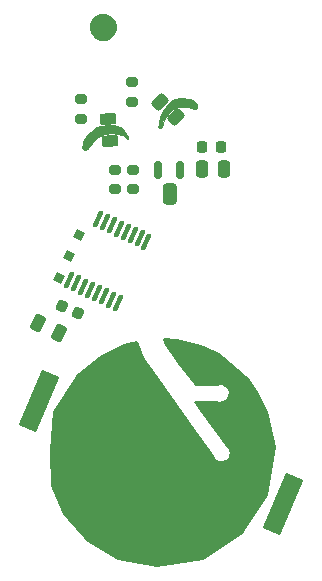
<source format=gbr>
%TF.GenerationSoftware,KiCad,Pcbnew,(6.0.4)*%
%TF.CreationDate,2022-09-08T21:09:09+03:00*%
%TF.ProjectId,purrCat2032,70757272-4361-4743-9230-33322e6b6963,rev?*%
%TF.SameCoordinates,Original*%
%TF.FileFunction,Soldermask,Bot*%
%TF.FilePolarity,Negative*%
%FSLAX46Y46*%
G04 Gerber Fmt 4.6, Leading zero omitted, Abs format (unit mm)*
G04 Created by KiCad (PCBNEW (6.0.4)) date 2022-09-08 21:09:09*
%MOMM*%
%LPD*%
G01*
G04 APERTURE LIST*
G04 Aperture macros list*
%AMRoundRect*
0 Rectangle with rounded corners*
0 $1 Rounding radius*
0 $2 $3 $4 $5 $6 $7 $8 $9 X,Y pos of 4 corners*
0 Add a 4 corners polygon primitive as box body*
4,1,4,$2,$3,$4,$5,$6,$7,$8,$9,$2,$3,0*
0 Add four circle primitives for the rounded corners*
1,1,$1+$1,$2,$3*
1,1,$1+$1,$4,$5*
1,1,$1+$1,$6,$7*
1,1,$1+$1,$8,$9*
0 Add four rect primitives between the rounded corners*
20,1,$1+$1,$2,$3,$4,$5,0*
20,1,$1+$1,$4,$5,$6,$7,0*
20,1,$1+$1,$6,$7,$8,$9,0*
20,1,$1+$1,$8,$9,$2,$3,0*%
%AMRotRect*
0 Rectangle, with rotation*
0 The origin of the aperture is its center*
0 $1 length*
0 $2 width*
0 $3 Rotation angle, in degrees counterclockwise*
0 Add horizontal line*
21,1,$1,$2,0,0,$3*%
G04 Aperture macros list end*
%ADD10C,0.150000*%
%ADD11C,0.010000*%
%ADD12RoundRect,0.150000X-0.150000X0.587500X-0.150000X-0.587500X0.150000X-0.587500X0.150000X0.587500X0*%
%ADD13RoundRect,0.300000X-0.300000X0.600000X-0.300000X-0.600000X0.300000X-0.600000X0.300000X0.600000X0*%
%ADD14C,2.200000*%
%ADD15RoundRect,0.225000X0.309574X0.131488X-0.098265X0.321666X-0.309574X-0.131488X0.098265X-0.321666X0*%
%ADD16RoundRect,0.243750X-0.494975X-0.150260X-0.150260X-0.494975X0.494975X0.150260X0.150260X0.494975X0*%
%ADD17RotRect,0.750000X0.750000X155.000000*%
%ADD18RoundRect,0.250000X0.250000X0.475000X-0.250000X0.475000X-0.250000X-0.475000X0.250000X-0.475000X0*%
%ADD19RoundRect,0.250000X0.427321X0.324842X-0.025833X0.536151X-0.427321X-0.324842X0.025833X-0.536151X0*%
%ADD20RoundRect,0.200000X-0.275000X0.200000X-0.275000X-0.200000X0.275000X-0.200000X0.275000X0.200000X0*%
%ADD21RotRect,1.600000X5.080000X157.000000*%
%ADD22RoundRect,0.750000X0.983427X0.397330X-0.397330X0.983427X-0.983427X-0.397330X0.397330X-0.983427X0*%
%ADD23RoundRect,0.218750X0.218750X0.256250X-0.218750X0.256250X-0.218750X-0.256250X0.218750X-0.256250X0*%
%ADD24RoundRect,0.243750X-0.475758X0.203058X-0.433270X-0.282587X0.475758X-0.203058X0.433270X0.282587X0*%
%ADD25RoundRect,0.200000X0.275000X-0.200000X0.275000X0.200000X-0.275000X0.200000X-0.275000X-0.200000X0*%
%ADD26RoundRect,0.100000X-0.178788X-0.620033X0.360050X0.535509X0.178788X0.620033X-0.360050X-0.535509X0*%
G04 APERTURE END LIST*
D10*
G36*
X33980000Y-46180000D02*
G01*
X36000000Y-46690000D01*
X37520000Y-47400000D01*
X39950000Y-49470000D01*
X40860000Y-50790000D01*
X41630000Y-52290000D01*
X42230000Y-55290000D01*
X41600000Y-59310000D01*
X39480000Y-62580000D01*
X36210000Y-64730000D01*
X32240000Y-65360000D01*
X28980000Y-64720000D01*
X26470000Y-63200000D01*
X24430000Y-60940000D01*
X23350000Y-58560000D01*
X23320000Y-55570000D01*
X23590000Y-52290000D01*
X25620000Y-49150000D01*
X27610000Y-47540000D01*
X29440000Y-46660000D01*
X30620000Y-46370000D01*
X31090000Y-47710000D01*
X32180000Y-49270000D01*
X35220000Y-53600000D01*
X37030000Y-56010000D01*
X37110000Y-56260000D01*
X37410000Y-56500000D01*
X37640000Y-56550000D01*
X37890000Y-56570000D01*
X38100000Y-56490000D01*
X38240000Y-56410000D01*
X38350000Y-56260000D01*
X38430000Y-56110000D01*
X38490000Y-55940000D01*
X38520000Y-55750000D01*
X38450000Y-55500000D01*
X38385000Y-55385000D01*
X38320000Y-55280000D01*
X38190000Y-55190000D01*
X36120000Y-52310000D01*
X35530000Y-51430000D01*
X36280000Y-51450000D01*
X36890000Y-51450000D01*
X37270000Y-51440000D01*
X37560000Y-51530000D01*
X37920000Y-51490000D01*
X38180000Y-51320000D01*
X38300000Y-51140000D01*
X38410000Y-50940000D01*
X38440000Y-50600000D01*
X38360000Y-50350000D01*
X38200000Y-50160000D01*
X37970000Y-50010000D01*
X37780000Y-49950000D01*
X37520000Y-49950000D01*
X37440000Y-49975000D01*
X37280000Y-50020000D01*
X35570000Y-50020000D01*
X34250000Y-48280000D01*
X33470000Y-47200000D01*
X33010000Y-46590000D01*
X32830000Y-46120000D01*
X33980000Y-46180000D01*
G37*
X33980000Y-46180000D02*
X36000000Y-46690000D01*
X37520000Y-47400000D01*
X39950000Y-49470000D01*
X40860000Y-50790000D01*
X41630000Y-52290000D01*
X42230000Y-55290000D01*
X41600000Y-59310000D01*
X39480000Y-62580000D01*
X36210000Y-64730000D01*
X32240000Y-65360000D01*
X28980000Y-64720000D01*
X26470000Y-63200000D01*
X24430000Y-60940000D01*
X23350000Y-58560000D01*
X23320000Y-55570000D01*
X23590000Y-52290000D01*
X25620000Y-49150000D01*
X27610000Y-47540000D01*
X29440000Y-46660000D01*
X30620000Y-46370000D01*
X31090000Y-47710000D01*
X32180000Y-49270000D01*
X35220000Y-53600000D01*
X37030000Y-56010000D01*
X37110000Y-56260000D01*
X37410000Y-56500000D01*
X37640000Y-56550000D01*
X37890000Y-56570000D01*
X38100000Y-56490000D01*
X38240000Y-56410000D01*
X38350000Y-56260000D01*
X38430000Y-56110000D01*
X38490000Y-55940000D01*
X38520000Y-55750000D01*
X38450000Y-55500000D01*
X38385000Y-55385000D01*
X38320000Y-55280000D01*
X38190000Y-55190000D01*
X36120000Y-52310000D01*
X35530000Y-51430000D01*
X36280000Y-51450000D01*
X36890000Y-51450000D01*
X37270000Y-51440000D01*
X37560000Y-51530000D01*
X37920000Y-51490000D01*
X38180000Y-51320000D01*
X38300000Y-51140000D01*
X38410000Y-50940000D01*
X38440000Y-50600000D01*
X38360000Y-50350000D01*
X38200000Y-50160000D01*
X37970000Y-50010000D01*
X37780000Y-49950000D01*
X37520000Y-49950000D01*
X37440000Y-49975000D01*
X37280000Y-50020000D01*
X35570000Y-50020000D01*
X34250000Y-48280000D01*
X33470000Y-47200000D01*
X33010000Y-46590000D01*
X32830000Y-46120000D01*
X33980000Y-46180000D01*
%TO.C,Ref\u002A\u002A*%
G36*
X27856978Y-18617176D02*
G01*
X28045495Y-18661688D01*
X28226165Y-18741275D01*
X28394225Y-18856671D01*
X28495984Y-18952873D01*
X28628462Y-19120355D01*
X28720948Y-19298573D01*
X28775258Y-19492114D01*
X28793202Y-19703264D01*
X28778902Y-19902590D01*
X28732652Y-20081426D01*
X28651486Y-20246778D01*
X28532440Y-20405655D01*
X28465998Y-20476625D01*
X28299060Y-20616757D01*
X28115778Y-20718391D01*
X27919179Y-20780669D01*
X27712289Y-20802736D01*
X27498135Y-20783734D01*
X27431308Y-20769506D01*
X27239825Y-20701974D01*
X27063634Y-20598152D01*
X26908302Y-20462949D01*
X26779393Y-20301275D01*
X26682475Y-20118041D01*
X26676788Y-20103914D01*
X26617990Y-19899442D01*
X26601151Y-19692543D01*
X26626165Y-19485522D01*
X26692922Y-19280680D01*
X26718028Y-19226170D01*
X26828016Y-19045665D01*
X26963521Y-18895108D01*
X27119776Y-18775231D01*
X27292015Y-18686767D01*
X27475472Y-18630448D01*
X27665382Y-18607006D01*
X27856978Y-18617176D01*
G37*
D11*
X27856978Y-18617176D02*
X28045495Y-18661688D01*
X28226165Y-18741275D01*
X28394225Y-18856671D01*
X28495984Y-18952873D01*
X28628462Y-19120355D01*
X28720948Y-19298573D01*
X28775258Y-19492114D01*
X28793202Y-19703264D01*
X28778902Y-19902590D01*
X28732652Y-20081426D01*
X28651486Y-20246778D01*
X28532440Y-20405655D01*
X28465998Y-20476625D01*
X28299060Y-20616757D01*
X28115778Y-20718391D01*
X27919179Y-20780669D01*
X27712289Y-20802736D01*
X27498135Y-20783734D01*
X27431308Y-20769506D01*
X27239825Y-20701974D01*
X27063634Y-20598152D01*
X26908302Y-20462949D01*
X26779393Y-20301275D01*
X26682475Y-20118041D01*
X26676788Y-20103914D01*
X26617990Y-19899442D01*
X26601151Y-19692543D01*
X26626165Y-19485522D01*
X26692922Y-19280680D01*
X26718028Y-19226170D01*
X26828016Y-19045665D01*
X26963521Y-18895108D01*
X27119776Y-18775231D01*
X27292015Y-18686767D01*
X27475472Y-18630448D01*
X27665382Y-18607006D01*
X27856978Y-18617176D01*
G36*
X28622065Y-28035201D02*
G01*
X28804107Y-28056782D01*
X28959187Y-28091490D01*
X29090959Y-28139446D01*
X29178787Y-28191722D01*
X29280522Y-28272986D01*
X29388947Y-28375535D01*
X29496847Y-28491671D01*
X29597006Y-28613692D01*
X29682208Y-28733898D01*
X29738071Y-28830058D01*
X29799493Y-28962823D01*
X29833874Y-29065098D01*
X29841144Y-29136386D01*
X29821232Y-29176191D01*
X29788794Y-29185086D01*
X29756996Y-29171392D01*
X29703656Y-29134590D01*
X29637566Y-29081098D01*
X29596999Y-29045086D01*
X29481986Y-28948554D01*
X29368977Y-28875497D01*
X29244193Y-28818669D01*
X29093855Y-28770826D01*
X29056405Y-28760896D01*
X28834577Y-28720190D01*
X28589950Y-28704191D01*
X28333476Y-28712055D01*
X28076107Y-28742932D01*
X27828794Y-28795978D01*
X27602489Y-28870343D01*
X27593276Y-28874055D01*
X27446079Y-28945665D01*
X27297489Y-29042446D01*
X27144340Y-29167196D01*
X26983467Y-29322711D01*
X26811705Y-29511788D01*
X26648143Y-29709274D01*
X26547343Y-29833051D01*
X26465872Y-29926622D01*
X26398553Y-29994298D01*
X26340205Y-30040391D01*
X26285652Y-30069212D01*
X26229714Y-30085073D01*
X26190299Y-30090462D01*
X26123782Y-30093729D01*
X26079767Y-30083229D01*
X26039106Y-30052769D01*
X26021858Y-30035981D01*
X25985692Y-29995319D01*
X25966291Y-29955463D01*
X25958570Y-29900873D01*
X25957387Y-29838942D01*
X25972883Y-29671457D01*
X26016288Y-29489563D01*
X26082976Y-29305936D01*
X26168320Y-29133252D01*
X26267694Y-28984186D01*
X26270763Y-28980313D01*
X26461933Y-28757187D01*
X26653227Y-28569689D01*
X26851941Y-28411723D01*
X27065376Y-28277198D01*
X27193155Y-28210271D01*
X27290465Y-28163778D01*
X27376268Y-28126908D01*
X27457679Y-28098328D01*
X27541813Y-28076703D01*
X27635783Y-28060700D01*
X27746705Y-28048985D01*
X27881691Y-28040225D01*
X28047857Y-28033085D01*
X28158720Y-28029246D01*
X28408467Y-28026203D01*
X28622065Y-28035201D01*
G37*
X28622065Y-28035201D02*
X28804107Y-28056782D01*
X28959187Y-28091490D01*
X29090959Y-28139446D01*
X29178787Y-28191722D01*
X29280522Y-28272986D01*
X29388947Y-28375535D01*
X29496847Y-28491671D01*
X29597006Y-28613692D01*
X29682208Y-28733898D01*
X29738071Y-28830058D01*
X29799493Y-28962823D01*
X29833874Y-29065098D01*
X29841144Y-29136386D01*
X29821232Y-29176191D01*
X29788794Y-29185086D01*
X29756996Y-29171392D01*
X29703656Y-29134590D01*
X29637566Y-29081098D01*
X29596999Y-29045086D01*
X29481986Y-28948554D01*
X29368977Y-28875497D01*
X29244193Y-28818669D01*
X29093855Y-28770826D01*
X29056405Y-28760896D01*
X28834577Y-28720190D01*
X28589950Y-28704191D01*
X28333476Y-28712055D01*
X28076107Y-28742932D01*
X27828794Y-28795978D01*
X27602489Y-28870343D01*
X27593276Y-28874055D01*
X27446079Y-28945665D01*
X27297489Y-29042446D01*
X27144340Y-29167196D01*
X26983467Y-29322711D01*
X26811705Y-29511788D01*
X26648143Y-29709274D01*
X26547343Y-29833051D01*
X26465872Y-29926622D01*
X26398553Y-29994298D01*
X26340205Y-30040391D01*
X26285652Y-30069212D01*
X26229714Y-30085073D01*
X26190299Y-30090462D01*
X26123782Y-30093729D01*
X26079767Y-30083229D01*
X26039106Y-30052769D01*
X26021858Y-30035981D01*
X25985692Y-29995319D01*
X25966291Y-29955463D01*
X25958570Y-29900873D01*
X25957387Y-29838942D01*
X25972883Y-29671457D01*
X26016288Y-29489563D01*
X26082976Y-29305936D01*
X26168320Y-29133252D01*
X26267694Y-28984186D01*
X26270763Y-28980313D01*
X26461933Y-28757187D01*
X26653227Y-28569689D01*
X26851941Y-28411723D01*
X27065376Y-28277198D01*
X27193155Y-28210271D01*
X27290465Y-28163778D01*
X27376268Y-28126908D01*
X27457679Y-28098328D01*
X27541813Y-28076703D01*
X27635783Y-28060700D01*
X27746705Y-28048985D01*
X27881691Y-28040225D01*
X28047857Y-28033085D01*
X28158720Y-28029246D01*
X28408467Y-28026203D01*
X28622065Y-28035201D01*
G36*
X34587381Y-25753536D02*
G01*
X34600524Y-25754631D01*
X34856029Y-25786119D01*
X35073928Y-25834527D01*
X35255672Y-25900449D01*
X35402714Y-25984479D01*
X35516506Y-26087212D01*
X35563464Y-26148892D01*
X35631453Y-26267699D01*
X35664231Y-26368995D01*
X35662134Y-26458260D01*
X35625495Y-26540976D01*
X35590137Y-26586341D01*
X35542279Y-26631351D01*
X35494479Y-26649400D01*
X35442944Y-26650821D01*
X35382836Y-26640641D01*
X35300011Y-26616670D01*
X35209863Y-26583538D01*
X35186076Y-26573541D01*
X35060577Y-26522934D01*
X34949066Y-26488218D01*
X34839085Y-26467402D01*
X34718179Y-26458496D01*
X34573890Y-26459509D01*
X34493598Y-26462889D01*
X34286697Y-26474800D01*
X34115939Y-26489432D01*
X33975139Y-26508885D01*
X33858111Y-26535260D01*
X33758669Y-26570658D01*
X33670629Y-26617183D01*
X33587805Y-26676934D01*
X33504011Y-26752013D01*
X33433567Y-26823016D01*
X33249403Y-27026757D01*
X33099216Y-27220745D01*
X32978356Y-27412544D01*
X32882172Y-27609723D01*
X32806014Y-27819845D01*
X32791987Y-27866815D01*
X32753213Y-27997566D01*
X32720979Y-28092880D01*
X32691278Y-28158319D01*
X32660102Y-28199444D01*
X32623442Y-28221817D01*
X32577291Y-28230999D01*
X32528393Y-28232586D01*
X32466247Y-28221533D01*
X32423540Y-28182123D01*
X32420509Y-28177613D01*
X32402671Y-28144970D01*
X32395014Y-28109490D01*
X32397029Y-28059090D01*
X32408207Y-27981689D01*
X32411439Y-27962253D01*
X32436466Y-27836581D01*
X32472926Y-27684041D01*
X32517325Y-27517380D01*
X32566167Y-27349345D01*
X32615958Y-27192681D01*
X32646653Y-27104418D01*
X32703878Y-26973214D01*
X32785230Y-26822954D01*
X32884883Y-26661743D01*
X32997008Y-26497687D01*
X33115778Y-26338891D01*
X33235368Y-26193462D01*
X33349948Y-26069504D01*
X33453693Y-25975123D01*
X33464731Y-25966481D01*
X33599153Y-25879042D01*
X33748382Y-25813552D01*
X33917118Y-25769133D01*
X34110062Y-25744908D01*
X34331916Y-25740002D01*
X34587381Y-25753536D01*
G37*
X34587381Y-25753536D02*
X34600524Y-25754631D01*
X34856029Y-25786119D01*
X35073928Y-25834527D01*
X35255672Y-25900449D01*
X35402714Y-25984479D01*
X35516506Y-26087212D01*
X35563464Y-26148892D01*
X35631453Y-26267699D01*
X35664231Y-26368995D01*
X35662134Y-26458260D01*
X35625495Y-26540976D01*
X35590137Y-26586341D01*
X35542279Y-26631351D01*
X35494479Y-26649400D01*
X35442944Y-26650821D01*
X35382836Y-26640641D01*
X35300011Y-26616670D01*
X35209863Y-26583538D01*
X35186076Y-26573541D01*
X35060577Y-26522934D01*
X34949066Y-26488218D01*
X34839085Y-26467402D01*
X34718179Y-26458496D01*
X34573890Y-26459509D01*
X34493598Y-26462889D01*
X34286697Y-26474800D01*
X34115939Y-26489432D01*
X33975139Y-26508885D01*
X33858111Y-26535260D01*
X33758669Y-26570658D01*
X33670629Y-26617183D01*
X33587805Y-26676934D01*
X33504011Y-26752013D01*
X33433567Y-26823016D01*
X33249403Y-27026757D01*
X33099216Y-27220745D01*
X32978356Y-27412544D01*
X32882172Y-27609723D01*
X32806014Y-27819845D01*
X32791987Y-27866815D01*
X32753213Y-27997566D01*
X32720979Y-28092880D01*
X32691278Y-28158319D01*
X32660102Y-28199444D01*
X32623442Y-28221817D01*
X32577291Y-28230999D01*
X32528393Y-28232586D01*
X32466247Y-28221533D01*
X32423540Y-28182123D01*
X32420509Y-28177613D01*
X32402671Y-28144970D01*
X32395014Y-28109490D01*
X32397029Y-28059090D01*
X32408207Y-27981689D01*
X32411439Y-27962253D01*
X32436466Y-27836581D01*
X32472926Y-27684041D01*
X32517325Y-27517380D01*
X32566167Y-27349345D01*
X32615958Y-27192681D01*
X32646653Y-27104418D01*
X32703878Y-26973214D01*
X32785230Y-26822954D01*
X32884883Y-26661743D01*
X32997008Y-26497687D01*
X33115778Y-26338891D01*
X33235368Y-26193462D01*
X33349948Y-26069504D01*
X33453693Y-25975123D01*
X33464731Y-25966481D01*
X33599153Y-25879042D01*
X33748382Y-25813552D01*
X33917118Y-25769133D01*
X34110062Y-25744908D01*
X34331916Y-25740002D01*
X34587381Y-25753536D01*
%TD*%
D12*
%TO.C,Q1*%
X32324000Y-31796586D03*
X34224000Y-31796586D03*
D13*
X33400000Y-33850000D03*
%TD*%
D14*
%TO.C,Ref\u002A\u002A*%
X27690342Y-19693069D03*
%TD*%
D15*
%TO.C,C3*%
X25616609Y-43951615D03*
X24211831Y-43296557D03*
%TD*%
D16*
%TO.C,D3*%
X32528504Y-26028370D03*
X33854330Y-27354196D03*
%TD*%
D17*
%TO.C,REF\u002A\u002A*%
X25639952Y-37295046D03*
X24794715Y-39107662D03*
X23949479Y-40920277D03*
%TD*%
D18*
%TO.C,C2*%
X37964220Y-31750000D03*
X36064220Y-31750000D03*
%TD*%
D19*
%TO.C,C1*%
X23955212Y-45605573D03*
X22233228Y-44802599D03*
%TD*%
D20*
%TO.C,R1*%
X30231318Y-33439564D03*
X30231318Y-31789564D03*
%TD*%
D21*
%TO.C,BT1*%
X42914951Y-60104191D03*
X22295643Y-51351813D03*
D22*
X32605297Y-55728002D03*
%TD*%
D23*
%TO.C,D1*%
X37691720Y-29870000D03*
X36116720Y-29870000D03*
%TD*%
D20*
%TO.C,R4*%
X28690151Y-33435840D03*
X28690151Y-31785840D03*
%TD*%
D24*
%TO.C,D2*%
X28142511Y-27460153D03*
X28305929Y-29328019D03*
%TD*%
D25*
%TO.C,R2*%
X25804220Y-27459086D03*
X25804220Y-25809086D03*
%TD*%
%TO.C,R3*%
X30174220Y-26029086D03*
X30174220Y-24379086D03*
%TD*%
D26*
%TO.C,U1*%
X28966325Y-43059849D03*
X28377225Y-42785147D03*
X27788125Y-42510445D03*
X27199025Y-42235743D03*
X26609925Y-41961041D03*
X26020825Y-41686339D03*
X25431725Y-41411637D03*
X24842625Y-41136935D03*
X27262115Y-35948323D03*
X27851215Y-36223025D03*
X28440315Y-36497727D03*
X29029415Y-36772429D03*
X29618515Y-37047131D03*
X30207615Y-37321833D03*
X30796715Y-37596535D03*
X31385815Y-37871237D03*
%TD*%
M02*

</source>
